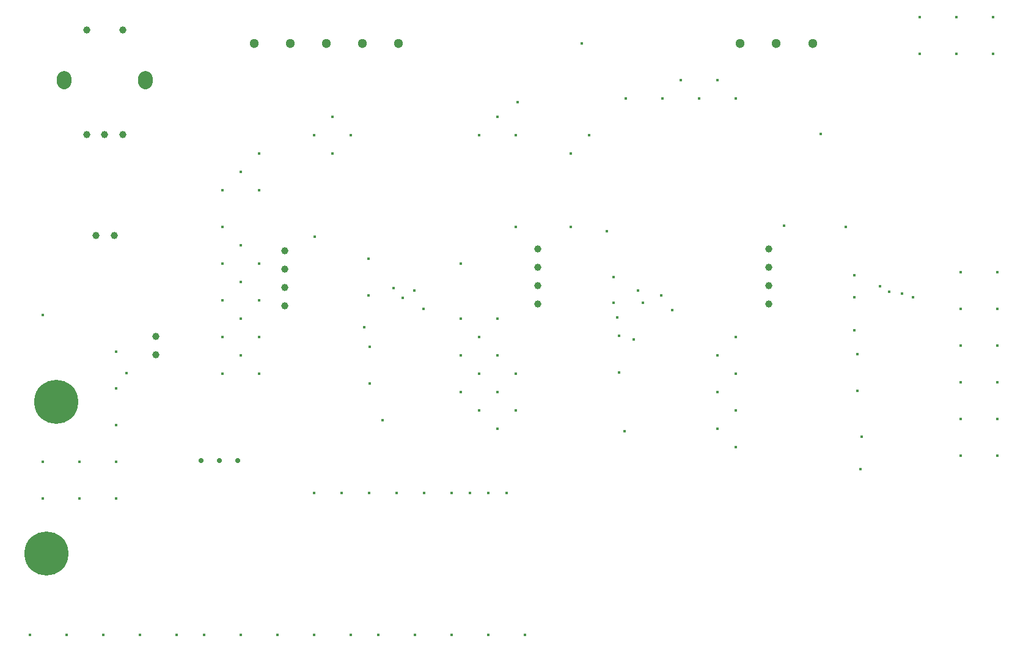
<source format=gbr>
%TF.GenerationSoftware,KiCad,Pcbnew,5.1.10*%
%TF.CreationDate,2021-11-08T18:50:54+01:00*%
%TF.ProjectId,PCB_BLDC,5043425f-424c-4444-932e-6b696361645f,V1*%
%TF.SameCoordinates,Original*%
%TF.FileFunction,Plated,1,2,PTH,Mixed*%
%TF.FilePolarity,Positive*%
%FSLAX46Y46*%
G04 Gerber Fmt 4.6, Leading zero omitted, Abs format (unit mm)*
G04 Created by KiCad (PCBNEW 5.1.10) date 2021-11-08 18:50:54*
%MOMM*%
%LPD*%
G01*
G04 APERTURE LIST*
%TA.AperFunction,ViaDrill*%
%ADD10C,0.400000*%
%TD*%
%TA.AperFunction,ComponentDrill*%
%ADD11C,0.700000*%
%TD*%
%TA.AperFunction,ComponentDrill*%
%ADD12C,1.000000*%
%TD*%
%TA.AperFunction,ComponentDrill*%
%ADD13C,1.300000*%
%TD*%
G04 aperture for slot hole*
%TA.AperFunction,ComponentDrill*%
%ADD14C,2.000000*%
%TD*%
%TA.AperFunction,ComponentDrill*%
%ADD15C,6.100000*%
%TD*%
G04 APERTURE END LIST*
D10*
X34290000Y-160655000D03*
X36068000Y-116332000D03*
X36068000Y-136652000D03*
X36068000Y-141732000D03*
X39370000Y-160655000D03*
X41148000Y-136652000D03*
X41148000Y-141732000D03*
X44450000Y-160655000D03*
X46228000Y-121412000D03*
X46228000Y-126492000D03*
X46228000Y-131572000D03*
X46228000Y-136652000D03*
X46228000Y-141732000D03*
X47650400Y-124409200D03*
X49530000Y-160655000D03*
X54610000Y-160655000D03*
X58420000Y-160655000D03*
X60960000Y-99060000D03*
X60960000Y-104140000D03*
X60960000Y-109220000D03*
X60960000Y-114300000D03*
X60960000Y-119380000D03*
X60960000Y-124460000D03*
X63500000Y-96520000D03*
X63500000Y-106680000D03*
X63500000Y-111760000D03*
X63500000Y-116840000D03*
X63500000Y-121920000D03*
X63500000Y-160655000D03*
X66040000Y-93980000D03*
X66040000Y-99060000D03*
X66040000Y-109220000D03*
X66040000Y-114300000D03*
X66040000Y-119380000D03*
X66040000Y-124460000D03*
X68580000Y-160655000D03*
X73660000Y-91440000D03*
X73660000Y-140970000D03*
X73660000Y-160655000D03*
X73787000Y-105537000D03*
X76200000Y-88900000D03*
X76200000Y-93980000D03*
X77470000Y-140970000D03*
X78740000Y-91440000D03*
X78740000Y-160655000D03*
X80594200Y-118059200D03*
X81229200Y-108534200D03*
X81229200Y-113614200D03*
X81280000Y-140970000D03*
X81407000Y-120777000D03*
X81407000Y-125857000D03*
X82550000Y-160655000D03*
X83134200Y-130886200D03*
X84658200Y-112598200D03*
X85090000Y-140970000D03*
X85928200Y-113995200D03*
X87579200Y-112979200D03*
X87630000Y-160655000D03*
X88849200Y-115519200D03*
X88900000Y-140970000D03*
X92710000Y-140970000D03*
X92710000Y-160655000D03*
X93980000Y-109220000D03*
X93980000Y-116840000D03*
X93980000Y-121920000D03*
X93980000Y-127000000D03*
X95250000Y-140970000D03*
X96520000Y-91440000D03*
X96520000Y-119380000D03*
X96520000Y-124460000D03*
X96520000Y-129540000D03*
X97790000Y-140970000D03*
X97790000Y-160655000D03*
X99060000Y-88900000D03*
X99060000Y-116840000D03*
X99060000Y-121920000D03*
X99060000Y-127000000D03*
X99060000Y-132080000D03*
X100330000Y-140970000D03*
X101600000Y-91440000D03*
X101600000Y-104140000D03*
X101600000Y-124460000D03*
X101600000Y-129540000D03*
X101854000Y-86868000D03*
X102870000Y-160655000D03*
X109220000Y-93980000D03*
X109220000Y-104140000D03*
X110744000Y-78740000D03*
X111760000Y-91440000D03*
X114182200Y-104784200D03*
X115138200Y-111074200D03*
X115138200Y-114630200D03*
X115646200Y-116662200D03*
X115951000Y-119253000D03*
X115951000Y-124333000D03*
X116662200Y-132410200D03*
X116840000Y-86360000D03*
X117967750Y-119776250D03*
X118567200Y-112979200D03*
X119202200Y-114630200D03*
X121742200Y-113614200D03*
X121920000Y-86360000D03*
X123266200Y-115646200D03*
X124460000Y-83820000D03*
X127000000Y-86360000D03*
X129540000Y-83820000D03*
X129540000Y-121920000D03*
X129540000Y-127000000D03*
X129540000Y-132080000D03*
X132080000Y-86360000D03*
X132080000Y-119380000D03*
X132080000Y-124460000D03*
X132080000Y-129540000D03*
X132080000Y-134620000D03*
X138811000Y-104013000D03*
X143891000Y-91313000D03*
X147320000Y-104140000D03*
X148539200Y-110820200D03*
X148539200Y-113868200D03*
X148539200Y-118440200D03*
X148971000Y-121793000D03*
X148971000Y-126873000D03*
X149352000Y-137668000D03*
X149555200Y-133172200D03*
X152095200Y-112344200D03*
X153365200Y-113106200D03*
X155143200Y-113360200D03*
X156667200Y-113868200D03*
X157581600Y-75082400D03*
X157581600Y-80162400D03*
X162661600Y-75082400D03*
X162661600Y-80162400D03*
X163271200Y-110439200D03*
X163271200Y-115519200D03*
X163271200Y-120599200D03*
X163271200Y-125679200D03*
X163271200Y-130759200D03*
X163271200Y-135839200D03*
X167741600Y-75082400D03*
X167741600Y-80162400D03*
X168351200Y-110439200D03*
X168351200Y-115519200D03*
X168351200Y-120599200D03*
X168351200Y-125679200D03*
X168351200Y-130759200D03*
X168351200Y-135839200D03*
D11*
%TO.C,U1*%
X58039000Y-136525000D03*
X60579000Y-136525000D03*
X63119000Y-136525000D03*
D12*
%TO.C,SW1*%
X42164000Y-76863800D03*
X42164000Y-91363800D03*
%TO.C,J4*%
X43434000Y-105333800D03*
%TO.C,SW1*%
X44664000Y-91363800D03*
%TO.C,J4*%
X45974000Y-105333800D03*
%TO.C,SW1*%
X47164000Y-76863800D03*
X47164000Y-91363800D03*
%TO.C,J9*%
X51714400Y-119329200D03*
X51714400Y-121869200D03*
%TO.C,J5*%
X69596000Y-107442000D03*
X69596000Y-109982000D03*
X69596000Y-112522000D03*
X69596000Y-115062000D03*
%TO.C,J6*%
X104648000Y-107188000D03*
X104648000Y-109728000D03*
X104648000Y-112268000D03*
X104648000Y-114808000D03*
%TO.C,J7*%
X136652000Y-107188000D03*
X136652000Y-109728000D03*
X136652000Y-112268000D03*
X136652000Y-114808000D03*
D13*
%TO.C,J3*%
X65344000Y-78740000D03*
X70344000Y-78740000D03*
X75344000Y-78740000D03*
X80344000Y-78740000D03*
X85344000Y-78740000D03*
%TO.C,J2*%
X132715000Y-78740000D03*
X137715000Y-78740000D03*
X142715000Y-78740000D03*
D14*
%TO.C,SW1*%
X39064000Y-83613800D02*
X39064000Y-84113800D01*
X50264000Y-83613800D02*
X50264000Y-84113800D01*
D15*
%TO.C,J8*%
X36576000Y-149352000D03*
%TO.C,J1*%
X37973000Y-128397000D03*
M02*

</source>
